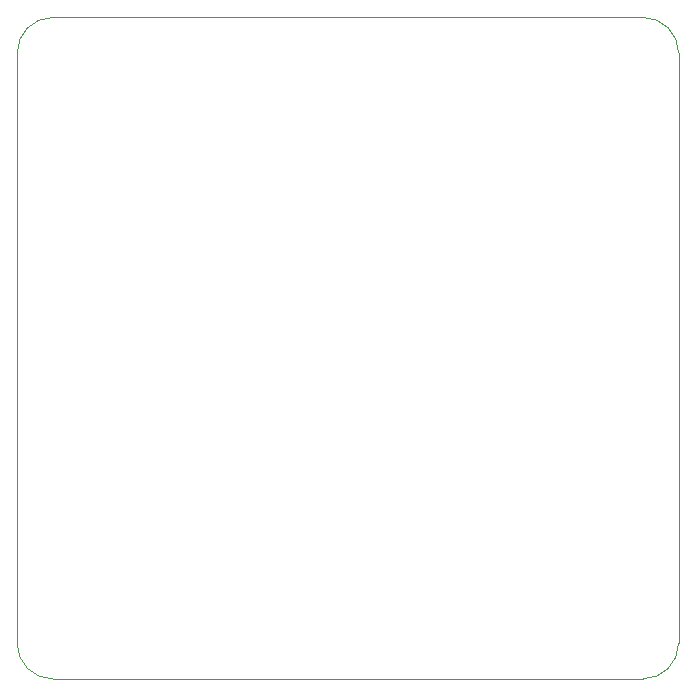
<source format=gbr>
%TF.GenerationSoftware,KiCad,Pcbnew,7.0.1*%
%TF.CreationDate,2023-12-30T18:25:03+00:00*%
%TF.ProjectId,watch_test_rig,77617463-685f-4746-9573-745f7269672e,rev?*%
%TF.SameCoordinates,Original*%
%TF.FileFunction,Profile,NP*%
%FSLAX46Y46*%
G04 Gerber Fmt 4.6, Leading zero omitted, Abs format (unit mm)*
G04 Created by KiCad (PCBNEW 7.0.1) date 2023-12-30 18:25:03*
%MOMM*%
%LPD*%
G01*
G04 APERTURE LIST*
%TA.AperFunction,Profile*%
%ADD10C,0.100000*%
%TD*%
G04 APERTURE END LIST*
D10*
X180000000Y-123000000D02*
X130000000Y-123000000D01*
X127000000Y-120000000D02*
G75*
G03*
X130000000Y-123000000I3000000J0D01*
G01*
X130000000Y-67000000D02*
X180000000Y-67000000D01*
X130000000Y-67000000D02*
G75*
G03*
X127000000Y-70000000I0J-3000000D01*
G01*
X127000000Y-120000000D02*
X127000000Y-70000000D01*
X180000000Y-123000000D02*
G75*
G03*
X183000000Y-120000000I0J3000000D01*
G01*
X183000000Y-70000000D02*
X183000000Y-120000000D01*
X183000000Y-70000000D02*
G75*
G03*
X180000000Y-67000000I-3000000J0D01*
G01*
M02*

</source>
